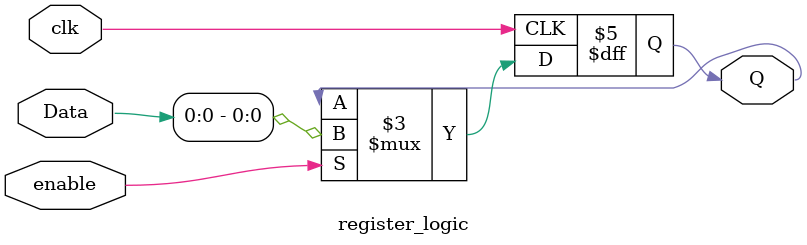
<source format=v>
`timescale 1ns / 1ps


module register_logic(
    input clk,
    input enable,
    input [4:0] Data,
    output reg Q
    );
    
    always @(posedge clk)
        if (enable)
            Q = Data;
endmodule

</source>
